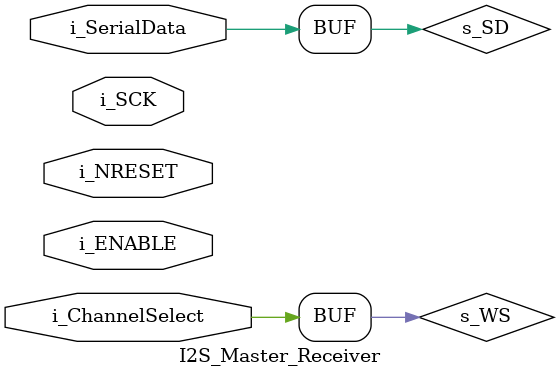
<source format=sv>
/*`define DataWidth		8
`define AddressWidth	32
`define WordBuferSize	64*/


module ShiftRegister
	#(parameter	DataWidth		= 16)
	(input logic				i_CLK, i_NRESET,

	//	Control signals
	input logic					i_ENABLE,
	input logic					i_LOAD,

	//	Data signals
	input logic						i_SerialData,
	input logic[(DataWidth - 1):0]	i_ParallelData,

	output logic					o_SerialData,
	output logic[(DataWidth - 1):0]	o_ParallelData);

	logic[(DataWidth - 1):0]		s_ParallelData;


	always	@(posedge i_CLK, negedge i_NRESET)
	begin
		if (~i_NRESET)			s_ParallelData = 8'd0;
		else if (i_ENABLE)
		begin
			if (i_CLK)
			begin
				if (i_LOAD)		s_ParallelData <= i_ParallelData;
				else				s_ParallelData <= {s_ParallelData[((DataWidth - 1) - 1):0], i_SerialData};
			end
		end
	end

	assign o_SerialData		= s_ParallelData[DataWidth - 1];
	assign o_ParallelData	= s_ParallelData;

endmodule





module I2S_Master_Transmitter
	#(parameter	DataWidth		= 16,
					AddressWidth	= 16)
	(input logic		i_SCK, i_NRESET,

	//	Transmitter control signals
	input logic						i_ENABLE,
	input logic						i_ChannelSelect,		//	WS

	//	Master generates signals
	output logic					o_SerialData);			//	SD

	logic		s_NSCK;
	logic		s_SD;
	logic		s_WS, s_WSD, s_WSDD, s_NWSD, s_WSP;
	//logic		s_Enable;

	logic[(AddressWidth - 1):0]	s_LeftAddress, s_RightAddress;
	logic[(DataWidth - 1):0]	s_LeftData, s_RightData, s_ParallelData_in, s_ParallelData_out;


	ROM				DataLeft
		(s_NWSD,
		s_LeftAddress,
		s_LeftData);
	ROM				DataRight
		(s_WSD,
		s_RightAddress,
		s_RightData);
	ShiftRegister	ShiftReg
		(s_NSCK, i_NRESET,
		i_ENABLE, s_WSP,
		1'b0, s_ParallelData_in,
		s_SD, s_ParallelData_out);


	always_ff	@(posedge i_SCK, negedge i_NRESET)
	begin
		if (~i_NRESET)
		begin
			s_WSD <= 1'b0;
			s_WSDD <= 1'b0;
		end
		else if (i_ENABLE)
		begin
			s_WSD	<= s_WS;
			s_WSDD	<= s_WSD;
		end
	end

	//	ROM Read process
	always_ff	@(posedge i_SCK, negedge i_NRESET)
	begin
		if (~i_NRESET)
		begin
			s_LeftAddress <= 0;
			s_RightAddress <= 0;
		end
		else if (i_ENABLE)
		begin
			if (s_WSD)
			begin
				s_LeftAddress <= s_LeftAddress + 8'd1;
				s_RightAddress <= s_RightAddress;
			end
			else
			begin
				s_LeftAddress <= s_LeftAddress;
				s_RightAddress <= s_RightAddress + 8'd1;
			end
		end
	end


	assign s_NSCK		= ~i_SCK;

	assign o_SerialData	= s_SD;

	assign s_WS			= i_ChannelSelect;
	assign s_WSP		= s_WSD ^ s_WSDD;
	assign s_NWSD		= ~s_WSD;

	//assign s_Enable = 1'b1;
	assign s_ParallelData_in = s_WSD ?	s_RightData : s_LeftData;

endmodule






module I2S_Master_Receiver
	#(parameter	DataWidth		= 16,
					AddressWidth	= 8)
	(input logic			i_SCK, i_NRESET,

	//	Receiver control signals
	input logic						i_ENABLE,
	input logic						i_ChannelSelect,

	//	Data
	input logic						i_SerialData);

	logic		s_SD;
	logic		s_WS, s_WSD, s_WSDD, s_NWSD, s_WSP;
	logic		s_WEnableDataLeft, s_WEnableDataRight;

	logic						s_SerialData_out;
	logic[(DataWidth - 1):0]	s_ParallelData_in, s_ParallelData_out;
	logic[(AddressWidth - 1):0]	s_LeftAddress, s_RightAddress;
	logic[(DataWidth - 1):0]	s_Data, /*s_LeftDataWrite, */s_LeftDataRead, /*s_RightDataWrite, */s_RightDataRead;


	ShiftRegister	ShiftReg
		(i_SCK, i_NRESET,
		i_ENABLE, s_WSP,
		s_SD, s_ParallelData_in,
		s_SerialData_out, s_ParallelData_out);

	RAM				DataLeft
		(i_SCK, i_NRESET,
		i_ENABLE, s_WEnableDataLeft,
		s_LeftAddress,
		s_ParallelData_out,
		s_LeftDataRead);
	RAM				DataRight
		(i_SCK, i_NRESET,
		i_ENABLE, s_WEnableDataRight,
		s_RightAddress,
		s_ParallelData_out,
		s_RightDataRead);


	assign s_SD		= i_SerialData;

	assign s_WS		= i_ChannelSelect;
	assign s_WSP	= s_WSD ^ s_WSDD;
	assign s_NWSD	= ~s_WSD;

	assign s_WEnableDataLeft = s_NWSD & s_WSP;
	assign s_WEnableDataRight = s_WSD & s_WSP;

endmodule


</source>
